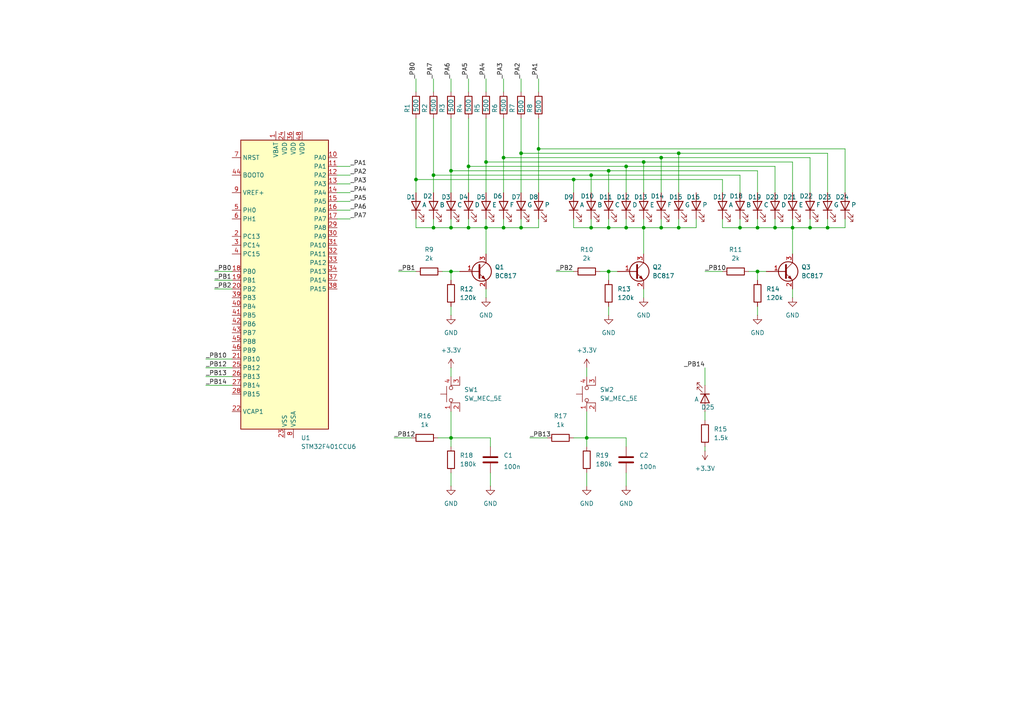
<source format=kicad_sch>
(kicad_sch (version 20231120) (generator "eeschema") (generator_version "8.0")
  (paper "A4")
  (lib_symbols
    (symbol "Device:C" (pin_numbers hide) (pin_names (offset 0.254))
      (property "Reference" "C" (at 0.635 2.54 0))
      (property "Value" "C" (at 0.635 -2.54 0))
      (symbol "C_0_1"
        (polyline (pts (xy -2.032 -0.762) (xy 2.032 -0.762)) (stroke (width 0.508)))
        (polyline (pts (xy -2.032 0.762) (xy 2.032 0.762)) (stroke (width 0.508)))
      )
      (symbol "C_1_1"
        (pin passive line (at 0 3.81 270) (length 2.794) (name "~") (number "1"))
        (pin passive line (at 0 -3.81 90) (length 2.794) (name "~") (number "2"))
      )
    )
    (symbol "Device:LED" (pin_numbers hide) (pin_names (offset 1.016) hide)
      (property "Reference" "D" (at 0 2.54 0))
      (property "Value" "LED" (at 0 -2.54 0))
      (symbol "LED_0_1"
        (polyline (pts (xy -1.27 -1.27) (xy -1.27 1.27)) (stroke (width 0.254)))
        (polyline (pts (xy -1.27 0) (xy 1.27 0)))
        (polyline (pts (xy 1.27 -1.27) (xy 1.27 1.27) (xy -1.27 0) (xy 1.27 -1.27)) (stroke (width 0.254)))
        (polyline (pts (xy -3.048 -0.762) (xy -4.572 -2.286) (xy -3.81 -2.286) (xy -4.572 -2.286) (xy -4.572 -1.524)))
        (polyline (pts (xy -1.778 -0.762) (xy -3.302 -2.286) (xy -2.54 -2.286) (xy -3.302 -2.286) (xy -3.302 -1.524)))
      )
      (symbol "LED_1_1"
        (pin passive line (at -3.81 0 0) (length 2.54) (name "K") (number "1"))
        (pin passive line (at 3.81 0 180) (length 2.54) (name "A") (number "2"))
      )
    )
    (symbol "Device:R" (pin_numbers hide) (pin_names (offset 0))
      (property "Reference" "R" (at 2.032 0 90))
      (property "Value" "R" (at 0 0 90))
      (symbol "R_0_1"
        (rectangle (start -1.016 -2.54) (end 1.016 2.54) (stroke (width 0.254)))
      )
      (symbol "R_1_1"
        (pin passive line (at 0 3.81 270) (length 1.27) (name "~") (number "1"))
        (pin passive line (at 0 -3.81 90) (length 1.27) (name "~") (number "2"))
      )
    )
    (symbol "MCU_ST_STM32F4:STM32F401CCUx"
      (property "Reference" "U" (at -12.7 44.45 0))
      (property "Value" "STM32F401CCUx" (at 7.62 44.45 0))
      (symbol "STM32F401CCUx_0_1"
        (rectangle (start -12.7 -40.64) (end 12.7 43.18) (stroke (width 0.254)) (fill (type background)))
      )
      (symbol "STM32F401CCUx_1_1"
        (pin power_in line (at -2.54 45.72 270) (length 2.54) (name "VBAT") (number "1"))
        (pin bidirectional line (at 15.24 38.1 180) (length 2.54) (name "PA0") (number "10"))
        (pin bidirectional line (at 15.24 35.56 180) (length 2.54) (name "PA1") (number "11"))
        (pin bidirectional line (at 15.24 33.02 180) (length 2.54) (name "PA2") (number "12"))
        (pin bidirectional line (at 15.24 30.48 180) (length 2.54) (name "PA3") (number "13"))
        (pin bidirectional line (at 15.24 27.94 180) (length 2.54) (name "PA4") (number "14"))
        (pin bidirectional line (at 15.24 25.4 180) (length 2.54) (name "PA5") (number "15"))
        (pin bidirectional line (at 15.24 22.86 180) (length 2.54) (name "PA6") (number "16"))
        (pin bidirectional line (at 15.24 20.32 180) (length 2.54) (name "PA7") (number "17"))
        (pin bidirectional line (at -15.24 5.08 0) (length 2.54) (name "PB0") (number "18"))
        (pin bidirectional line (at -15.24 2.54 0) (length 2.54) (name "PB1") (number "19"))
        (pin bidirectional line (at -15.24 15.24 0) (length 2.54) (name "PC13") (number "2"))
        (pin bidirectional line (at -15.24 0 0) (length 2.54) (name "PB2") (number "20"))
        (pin bidirectional line (at -15.24 -20.32 0) (length 2.54) (name "PB10") (number "21"))
        (pin power_out line (at -15.24 -35.56 0) (length 2.54) (name "VCAP1") (number "22"))
        (pin power_in line (at 0 -43.18 90) (length 2.54) (name "VSS") (number "23"))
        (pin power_in line (at 0 45.72 270) (length 2.54) (name "VDD") (number "24"))
        (pin bidirectional line (at -15.24 -22.86 0) (length 2.54) (name "PB12") (number "25"))
        (pin bidirectional line (at -15.24 -25.4 0) (length 2.54) (name "PB13") (number "26"))
        (pin bidirectional line (at -15.24 -27.94 0) (length 2.54) (name "PB14") (number "27"))
        (pin bidirectional line (at -15.24 -30.48 0) (length 2.54) (name "PB15") (number "28"))
        (pin bidirectional line (at 15.24 17.78 180) (length 2.54) (name "PA8") (number "29"))
        (pin bidirectional line (at -15.24 12.7 0) (length 2.54) (name "PC14") (number "3"))
        (pin bidirectional line (at 15.24 15.24 180) (length 2.54) (name "PA9") (number "30"))
        (pin bidirectional line (at 15.24 12.7 180) (length 2.54) (name "PA10") (number "31"))
        (pin bidirectional line (at 15.24 10.16 180) (length 2.54) (name "PA11") (number "32"))
        (pin bidirectional line (at 15.24 7.62 180) (length 2.54) (name "PA12") (number "33"))
        (pin bidirectional line (at 15.24 5.08 180) (length 2.54) (name "PA13") (number "34"))
        (pin passive line (at 0 -43.18 90) (length 2.54) hide (name "VSS") (number "35"))
        (pin power_in line (at 2.54 45.72 270) (length 2.54) (name "VDD") (number "36"))
        (pin bidirectional line (at 15.24 2.54 180) (length 2.54) (name "PA14") (number "37"))
        (pin bidirectional line (at 15.24 0 180) (length 2.54) (name "PA15") (number "38"))
        (pin bidirectional line (at -15.24 -2.54 0) (length 2.54) (name "PB3") (number "39"))
        (pin bidirectional line (at -15.24 10.16 0) (length 2.54) (name "PC15") (number "4"))
        (pin bidirectional line (at -15.24 -5.08 0) (length 2.54) (name "PB4") (number "40"))
        (pin bidirectional line (at -15.24 -7.62 0) (length 2.54) (name "PB5") (number "41"))
        (pin bidirectional line (at -15.24 -10.16 0) (length 2.54) (name "PB6") (number "42"))
        (pin bidirectional line (at -15.24 -12.7 0) (length 2.54) (name "PB7") (number "43"))
        (pin input line (at -15.24 33.02 0) (length 2.54) (name "BOOT0") (number "44"))
        (pin bidirectional line (at -15.24 -15.24 0) (length 2.54) (name "PB8") (number "45"))
        (pin bidirectional line (at -15.24 -17.78 0) (length 2.54) (name "PB9") (number "46"))
        (pin passive line (at 0 -43.18 90) (length 2.54) hide (name "VSS") (number "47"))
        (pin power_in line (at 5.08 45.72 270) (length 2.54) (name "VDD") (number "48"))
        (pin passive line (at 0 -43.18 90) (length 2.54) hide (name "VSS") (number "49"))
        (pin bidirectional line (at -15.24 22.86 0) (length 2.54) (name "PH0") (number "5"))
        (pin bidirectional line (at -15.24 20.32 0) (length 2.54) (name "PH1") (number "6"))
        (pin input line (at -15.24 38.1 0) (length 2.54) (name "NRST") (number "7"))
        (pin power_in line (at 2.54 -43.18 90) (length 2.54) (name "VSSA") (number "8"))
        (pin input line (at -15.24 27.94 0) (length 2.54) (name "VREF+") (number "9"))
      )
    )
    (symbol "Switch:SW_MEC_5E" (pin_names (offset 1.016) hide)
      (property "Reference" "SW" (at 0.635 5.715 0))
      (property "Value" "SW_MEC_5E" (at 0 -3.175 0))
      (symbol "SW_MEC_5E_0_1"
        (circle (center -1.778 2.54) (radius 0.508))
        (polyline (pts (xy -2.286 3.81) (xy 2.286 3.81)))
        (polyline (pts (xy 0 3.81) (xy 0 5.588)))
        (polyline (pts (xy -2.54 0) (xy -2.54 2.54) (xy -2.286 2.54)))
        (polyline (pts (xy 2.54 0) (xy 2.54 2.54) (xy 2.286 2.54)))
        (circle (center 1.778 2.54) (radius 0.508))
        (pin passive line (at -5.08 2.54 0) (length 2.54) (name "1") (number "1"))
        (pin passive line (at -5.08 0 0) (length 2.54) (name "2") (number "2"))
        (pin passive line (at 5.08 0 180) (length 2.54) (name "K") (number "3"))
        (pin passive line (at 5.08 2.54 180) (length 2.54) (name "A") (number "4"))
      )
    )
    (symbol "Transistor_BJT:BC817" (pin_names (offset 0) hide)
      (property "Reference" "Q" (at 5.08 1.905 0))
      (property "Value" "BC817" (at 5.08 0 0))
      (symbol "BC817_0_1"
        (polyline (pts (xy 0.635 0.635) (xy 2.54 2.54)))
        (polyline (pts (xy 0.635 -0.635) (xy 2.54 -2.54) (xy 2.54 -2.54)))
        (polyline (pts (xy 0.635 1.905) (xy 0.635 -1.905) (xy 0.635 -1.905)) (stroke (width 0.508)))
        (polyline (pts (xy 1.27 -1.778) (xy 1.778 -1.27) (xy 2.286 -2.286) (xy 1.27 -1.778) (xy 1.27 -1.778)) (fill (type outline)))
        (circle (center 1.27 0) (radius 2.8194) (stroke (width 0.254)))
      )
      (symbol "BC817_1_1"
        (pin input line (at -5.08 0 0) (length 5.715) (name "B") (number "1"))
        (pin passive line (at 2.54 -5.08 90) (length 2.54) (name "E") (number "2"))
        (pin passive line (at 2.54 5.08 270) (length 2.54) (name "C") (number "3"))
      )
    )
    (symbol "power:+3.3V" (power) (pin_numbers hide) (pin_names (offset 0) hide)
      (property "Value" "+3.3V" (at 0 3.556 0))
      (symbol "+3.3V_0_1"
        (polyline (pts (xy -0.762 1.27) (xy 0 2.54)))
        (polyline (pts (xy 0 0) (xy 0 2.54)))
        (polyline (pts (xy 0 2.54) (xy 0.762 1.27)))
      )
      (symbol "+3.3V_1_1"
        (pin power_in line (at 0 0 90) (length 0) (name "~") (number "1"))
      )
    )
    (symbol "power:GND" (power) (pin_numbers hide) (pin_names (offset 0) hide)
      (property "Value" "GND" (at 0 -3.81 0))
      (symbol "GND_0_1"
        (polyline (pts (xy 0 0) (xy 0 -1.27) (xy 1.27 -1.27) (xy 0 -2.54) (xy -1.27 -1.27) (xy 0 -1.27)))
      )
      (symbol "GND_1_1"
        (pin power_in line (at 0 0 270) (length 0) (name "~") (number "1"))
      )
    )
  )
  (junction (at 140.97 46.99))
  (junction (at 186.69 46.99))
  (junction (at 146.05 66.04))
  (junction (at 151.13 44.45))
  (junction (at 151.13 66.04))
  (junction (at 140.97 66.04))
  (junction (at 176.53 78.74))
  (junction (at 135.89 66.04))
  (junction (at 234.95 66.04))
  (junction (at 219.71 78.74))
  (junction (at 186.69 66.04))
  (junction (at 219.71 66.04))
  (junction (at 130.81 78.74))
  (junction (at 146.05 45.72))
  (junction (at 156.21 43.18))
  (junction (at 130.81 49.53))
  (junction (at 196.85 66.04))
  (junction (at 120.65 52.07))
  (junction (at 181.61 66.04))
  (junction (at 176.53 66.04))
  (junction (at 171.45 66.04))
  (junction (at 176.53 49.53))
  (junction (at 240.03 66.04))
  (junction (at 196.85 44.45))
  (junction (at 170.18 127))
  (junction (at 125.73 50.8))
  (junction (at 181.61 48.26))
  (junction (at 135.89 48.26))
  (junction (at 224.79 66.04))
  (junction (at 130.81 66.04))
  (junction (at 229.87 66.04))
  (junction (at 125.73 66.04))
  (junction (at 214.63 66.04))
  (junction (at 130.81 127))
  (junction (at 171.45 50.8))
  (junction (at 191.77 66.04))
  (junction (at 191.77 45.72))
  (junction (at 166.37 52.07))
  (wire (pts (xy 171.45 50.8) (xy 171.45 55.88)))
  (wire (pts (xy 151.13 66.04) (xy 156.21 66.04)))
  (wire (pts (xy 209.55 52.07) (xy 209.55 55.88)))
  (wire (pts (xy 120.65 34.29) (xy 120.65 52.07)))
  (wire (pts (xy 140.97 46.99) (xy 186.69 46.99)))
  (wire (pts (xy 140.97 55.88) (xy 140.97 46.99)))
  (wire (pts (xy 166.37 63.5) (xy 166.37 66.04)))
  (wire (pts (xy 146.05 22.86) (xy 146.05 26.67)))
  (wire (pts (xy 229.87 66.04) (xy 234.95 66.04)))
  (wire (pts (xy 146.05 55.88) (xy 146.05 45.72)))
  (wire (pts (xy 170.18 106.68) (xy 170.18 109.22)))
  (wire (pts (xy 245.11 43.18) (xy 245.11 55.88)))
  (wire (pts (xy 146.05 34.29) (xy 146.05 45.72)))
  (wire (pts (xy 142.24 127) (xy 142.24 129.54)))
  (wire (pts (xy 142.24 137.16) (xy 142.24 140.97)))
  (wire (pts (xy 171.45 63.5) (xy 171.45 66.04)))
  (wire (pts (xy 196.85 63.5) (xy 196.85 66.04)))
  (wire (pts (xy 125.73 55.88) (xy 125.73 50.8)))
  (wire (pts (xy 229.87 46.99) (xy 229.87 55.88)))
  (wire (pts (xy 135.89 66.04) (xy 140.97 66.04)))
  (wire (pts (xy 224.79 48.26) (xy 224.79 55.88)))
  (wire (pts (xy 245.11 66.04) (xy 245.11 63.5)))
  (wire (pts (xy 209.55 66.04) (xy 214.63 66.04)))
  (wire (pts (xy 219.71 49.53) (xy 219.71 55.88)))
  (wire (pts (xy 62.23 81.28) (xy 67.31 81.28)))
  (wire (pts (xy 234.95 45.72) (xy 234.95 55.88)))
  (wire (pts (xy 156.21 55.88) (xy 156.21 43.18)))
  (wire (pts (xy 130.81 63.5) (xy 130.81 66.04)))
  (wire (pts (xy 130.81 22.86) (xy 130.81 26.67)))
  (wire (pts (xy 204.47 78.74) (xy 209.55 78.74)))
  (wire (pts (xy 153.67 127) (xy 158.75 127)))
  (wire (pts (xy 62.23 78.74) (xy 67.31 78.74)))
  (wire (pts (xy 209.55 63.5) (xy 209.55 66.04)))
  (wire (pts (xy 151.13 44.45) (xy 196.85 44.45)))
  (wire (pts (xy 166.37 52.07) (xy 166.37 55.88)))
  (wire (pts (xy 186.69 66.04) (xy 191.77 66.04)))
  (wire (pts (xy 224.79 66.04) (xy 229.87 66.04)))
  (wire (pts (xy 181.61 137.16) (xy 181.61 140.97)))
  (wire (pts (xy 219.71 66.04) (xy 224.79 66.04)))
  (wire (pts (xy 181.61 48.26) (xy 224.79 48.26)))
  (wire (pts (xy 176.53 66.04) (xy 181.61 66.04)))
  (wire (pts (xy 101.6 58.42) (xy 97.79 58.42)))
  (wire (pts (xy 140.97 63.5) (xy 140.97 66.04)))
  (wire (pts (xy 176.53 78.74) (xy 179.07 78.74)))
  (wire (pts (xy 59.69 106.68) (xy 67.31 106.68)))
  (wire (pts (xy 101.6 60.96) (xy 97.79 60.96)))
  (wire (pts (xy 120.65 22.86) (xy 120.65 26.67)))
  (wire (pts (xy 201.93 66.04) (xy 201.93 63.5)))
  (wire (pts (xy 204.47 129.54) (xy 204.47 130.81)))
  (wire (pts (xy 173.99 78.74) (xy 176.53 78.74)))
  (wire (pts (xy 151.13 63.5) (xy 151.13 66.04)))
  (wire (pts (xy 101.6 50.8) (xy 97.79 50.8)))
  (wire (pts (xy 191.77 45.72) (xy 234.95 45.72)))
  (wire (pts (xy 135.89 22.86) (xy 135.89 26.67)))
  (wire (pts (xy 59.69 109.22) (xy 67.31 109.22)))
  (wire (pts (xy 135.89 55.88) (xy 135.89 48.26)))
  (wire (pts (xy 176.53 88.9) (xy 176.53 91.44)))
  (wire (pts (xy 156.21 34.29) (xy 156.21 43.18)))
  (wire (pts (xy 125.73 50.8) (xy 171.45 50.8)))
  (wire (pts (xy 181.61 66.04) (xy 186.69 66.04)))
  (wire (pts (xy 156.21 22.86) (xy 156.21 26.67)))
  (wire (pts (xy 191.77 45.72) (xy 191.77 55.88)))
  (wire (pts (xy 135.89 34.29) (xy 135.89 48.26)))
  (wire (pts (xy 229.87 66.04) (xy 229.87 73.66)))
  (wire (pts (xy 186.69 46.99) (xy 229.87 46.99)))
  (wire (pts (xy 181.61 63.5) (xy 181.61 66.04)))
  (wire (pts (xy 127 127) (xy 130.81 127)))
  (wire (pts (xy 130.81 137.16) (xy 130.81 140.97)))
  (wire (pts (xy 166.37 66.04) (xy 171.45 66.04)))
  (wire (pts (xy 161.29 78.74) (xy 166.37 78.74)))
  (wire (pts (xy 170.18 129.54) (xy 170.18 127)))
  (wire (pts (xy 204.47 111.76) (xy 204.47 106.68)))
  (wire (pts (xy 196.85 44.45) (xy 196.85 55.88)))
  (wire (pts (xy 151.13 55.88) (xy 151.13 44.45)))
  (wire (pts (xy 130.81 78.74) (xy 130.81 81.28)))
  (wire (pts (xy 101.6 53.34) (xy 97.79 53.34)))
  (wire (pts (xy 186.69 83.82) (xy 186.69 86.36)))
  (wire (pts (xy 186.69 46.99) (xy 186.69 55.88)))
  (wire (pts (xy 196.85 44.45) (xy 240.03 44.45)))
  (wire (pts (xy 130.81 55.88) (xy 130.81 49.53)))
  (wire (pts (xy 170.18 127) (xy 181.61 127)))
  (wire (pts (xy 219.71 78.74) (xy 219.71 81.28)))
  (wire (pts (xy 146.05 63.5) (xy 146.05 66.04)))
  (wire (pts (xy 125.73 63.5) (xy 125.73 66.04)))
  (wire (pts (xy 151.13 22.86) (xy 151.13 26.67)))
  (wire (pts (xy 125.73 34.29) (xy 125.73 50.8)))
  (wire (pts (xy 229.87 63.5) (xy 229.87 66.04)))
  (wire (pts (xy 186.69 63.5) (xy 186.69 66.04)))
  (wire (pts (xy 191.77 63.5) (xy 191.77 66.04)))
  (wire (pts (xy 130.81 129.54) (xy 130.81 127)))
  (wire (pts (xy 101.6 48.26) (xy 97.79 48.26)))
  (wire (pts (xy 135.89 48.26) (xy 181.61 48.26)))
  (wire (pts (xy 166.37 52.07) (xy 209.55 52.07)))
  (wire (pts (xy 140.97 22.86) (xy 140.97 26.67)))
  (wire (pts (xy 240.03 66.04) (xy 245.11 66.04)))
  (wire (pts (xy 171.45 66.04) (xy 176.53 66.04)))
  (wire (pts (xy 219.71 88.9) (xy 219.71 91.44)))
  (wire (pts (xy 170.18 137.16) (xy 170.18 140.97)))
  (wire (pts (xy 130.81 78.74) (xy 133.35 78.74)))
  (wire (pts (xy 176.53 49.53) (xy 176.53 55.88)))
  (wire (pts (xy 140.97 66.04) (xy 146.05 66.04)))
  (wire (pts (xy 166.37 127) (xy 170.18 127)))
  (wire (pts (xy 214.63 66.04) (xy 219.71 66.04)))
  (wire (pts (xy 140.97 83.82) (xy 140.97 86.36)))
  (wire (pts (xy 130.81 119.38) (xy 130.81 127)))
  (wire (pts (xy 186.69 66.04) (xy 186.69 73.66)))
  (wire (pts (xy 240.03 44.45) (xy 240.03 55.88)))
  (wire (pts (xy 125.73 66.04) (xy 130.81 66.04)))
  (wire (pts (xy 176.53 63.5) (xy 176.53 66.04)))
  (wire (pts (xy 204.47 119.38) (xy 204.47 121.92)))
  (wire (pts (xy 130.81 49.53) (xy 176.53 49.53)))
  (wire (pts (xy 240.03 63.5) (xy 240.03 66.04)))
  (wire (pts (xy 170.18 119.38) (xy 170.18 127)))
  (wire (pts (xy 146.05 45.72) (xy 191.77 45.72)))
  (wire (pts (xy 140.97 34.29) (xy 140.97 46.99)))
  (wire (pts (xy 59.69 104.14) (xy 67.31 104.14)))
  (wire (pts (xy 120.65 55.88) (xy 120.65 52.07)))
  (wire (pts (xy 120.65 52.07) (xy 166.37 52.07)))
  (wire (pts (xy 196.85 66.04) (xy 201.93 66.04)))
  (wire (pts (xy 191.77 66.04) (xy 196.85 66.04)))
  (wire (pts (xy 219.71 78.74) (xy 222.25 78.74)))
  (wire (pts (xy 125.73 22.86) (xy 125.73 26.67)))
  (wire (pts (xy 59.69 111.76) (xy 67.31 111.76)))
  (wire (pts (xy 219.71 63.5) (xy 219.71 66.04)))
  (wire (pts (xy 224.79 63.5) (xy 224.79 66.04)))
  (wire (pts (xy 130.81 34.29) (xy 130.81 49.53)))
  (wire (pts (xy 140.97 66.04) (xy 140.97 73.66)))
  (wire (pts (xy 171.45 50.8) (xy 214.63 50.8)))
  (wire (pts (xy 130.81 106.68) (xy 130.81 109.22)))
  (wire (pts (xy 234.95 66.04) (xy 240.03 66.04)))
  (wire (pts (xy 181.61 48.26) (xy 181.61 55.88)))
  (wire (pts (xy 234.95 63.5) (xy 234.95 66.04)))
  (wire (pts (xy 101.6 55.88) (xy 97.79 55.88)))
  (wire (pts (xy 120.65 63.5) (xy 120.65 66.04)))
  (wire (pts (xy 115.57 78.74) (xy 120.65 78.74)))
  (wire (pts (xy 130.81 88.9) (xy 130.81 91.44)))
  (wire (pts (xy 229.87 83.82) (xy 229.87 86.36)))
  (wire (pts (xy 214.63 50.8) (xy 214.63 55.88)))
  (wire (pts (xy 176.53 49.53) (xy 219.71 49.53)))
  (wire (pts (xy 135.89 63.5) (xy 135.89 66.04)))
  (wire (pts (xy 214.63 63.5) (xy 214.63 66.04)))
  (wire (pts (xy 114.3 127) (xy 119.38 127)))
  (wire (pts (xy 156.21 66.04) (xy 156.21 63.5)))
  (wire (pts (xy 101.6 63.5) (xy 97.79 63.5)))
  (wire (pts (xy 120.65 66.04) (xy 125.73 66.04)))
  (wire (pts (xy 176.53 78.74) (xy 176.53 81.28)))
  (wire (pts (xy 130.81 66.04) (xy 135.89 66.04)))
  (wire (pts (xy 217.17 78.74) (xy 219.71 78.74)))
  (wire (pts (xy 130.81 127) (xy 142.24 127)))
  (wire (pts (xy 156.21 43.18) (xy 245.11 43.18)))
  (wire (pts (xy 151.13 34.29) (xy 151.13 44.45)))
  (wire (pts (xy 181.61 127) (xy 181.61 129.54)))
  (wire (pts (xy 62.23 83.82) (xy 67.31 83.82)))
  (wire (pts (xy 146.05 66.04) (xy 151.13 66.04)))
  (wire (pts (xy 128.27 78.74) (xy 130.81 78.74)))
  (label "_PB13" (at 59.69 109.22 0))
  (label "_PA1" (at 156.21 22.86 90))
  (label "_PB12" (at 114.3 127 0))
  (label "_PB14" (at 204.47 106.68 180))
  (label "_PB12" (at 59.69 106.68 0))
  (label "_PB10" (at 204.47 78.74 0))
  (label "_PA6" (at 130.81 22.86 90))
  (label "_PA3" (at 101.6 53.34 0))
  (label "_PB2" (at 161.29 78.74 0))
  (label "_PA5" (at 135.89 22.86 90))
  (label "_PB1" (at 115.57 78.74 0))
  (label "_PB10" (at 59.69 104.14 0))
  (label "_PA5" (at 101.6 58.42 0))
  (label "_PA7" (at 125.73 22.86 90))
  (label "_PB0" (at 62.23 78.74 0))
  (label "_PB13" (at 153.67 127 0))
  (label "_PB14" (at 59.69 111.76 0))
  (label "_PA4" (at 140.97 22.86 90))
  (label "_PA2" (at 151.13 22.86 90))
  (label "_PA6" (at 101.6 60.96 0))
  (label "_PA3" (at 146.05 22.86 90))
  (label "_PA4" (at 101.6 55.88 0))
  (label "_PA2" (at 101.6 50.8 0))
  (label "_PB1" (at 62.23 81.28 0))
  (label "_PA7" (at 101.6 63.5 0))
  (label "_PB2" (at 62.23 83.82 0))
  (label "_PA1" (at 101.6 48.26 0))
  (label "_PB0" (at 120.65 22.86 90))
  (symbol (lib_id "Device:LED") (at 204.47 115.57 270) (unit 1)
    (property "Reference" "D25" (at 207.264 118.11 90) (effects (justify right)))
    (property "Value" "A" (at 202.692 115.824 90) (effects (justify right)))
    (property "Description" "Light emitting diode" (effects (hide yes)))
  )
  (symbol (lib_id "Device:LED") (at 176.53 59.69 90) (unit 1)
    (property "Reference" "D11" (at 173.736 57.15 90) (effects (justify right)))
    (property "Value" "C" (at 178.308 59.436 90) (effects (justify right)))
    (property "Description" "Light emitting diode" (effects (hide yes)))
  )
  (symbol (lib_id "power:+3.3V") (at 130.81 106.68 0) (unit 1)
    (property "Reference" "#PWR010" (effects (hide yes)))
    (property "Value" "+3.3V" (at 130.81 101.6 0))
    (property "Description" "Power symbol creates a global label with name \"+3.3V\"" (effects (hide yes)))
  )
  (symbol (lib_id "Device:LED") (at 224.79 59.69 90) (unit 1)
    (property "Reference" "D20" (at 221.996 57.15 90) (effects (justify right)))
    (property "Value" "D" (at 226.568 59.436 90) (effects (justify right)))
    (property "Description" "Light emitting diode" (effects (hide yes)))
  )
  (symbol (lib_id "power:GND") (at 170.18 140.97 0) (unit 1)
    (property "Reference" "#PWR012" (effects (hide yes)))
    (property "Value" "GND" (at 170.18 146.05 0))
    (property "Description" "Power symbol creates a global label with name \"GND\" , ground" (effects (hide yes)))
  )
  (symbol (lib_id "Device:LED") (at 186.69 59.69 90) (unit 1)
    (property "Reference" "D13" (at 183.896 57.15 90) (effects (justify right)))
    (property "Value" "E" (at 188.468 59.436 90) (effects (justify right)))
    (property "Description" "Light emitting diode" (effects (hide yes)))
  )
  (symbol (lib_id "Device:LED") (at 166.37 59.69 90) (unit 1)
    (property "Reference" "D9" (at 163.576 57.15 90) (effects (justify right)))
    (property "Value" "A" (at 168.148 59.436 90) (effects (justify right)))
    (property "Description" "Light emitting diode" (effects (hide yes)))
  )
  (symbol (lib_id "power:GND") (at 176.53 91.44 0) (unit 1)
    (property "Reference" "#PWR04" (effects (hide yes)))
    (property "Value" "GND" (at 176.53 96.52 0))
    (property "Description" "Power symbol creates a global label with name \"GND\" , ground" (effects (hide yes)))
  )
  (symbol (lib_id "power:GND") (at 219.71 91.44 0) (unit 1)
    (property "Reference" "#PWR06" (effects (hide yes)))
    (property "Value" "GND" (at 219.71 96.52 0))
    (property "Description" "Power symbol creates a global label with name \"GND\" , ground" (effects (hide yes)))
  )
  (symbol (lib_id "Device:R") (at 213.36 78.74 90) (unit 1)
    (property "Reference" "R11" (at 213.36 72.39 90))
    (property "Value" "2k" (at 213.36 74.93 90))
    (property "Description" "Resistor" (effects (hide yes)))
  )
  (symbol (lib_id "Device:LED") (at 196.85 59.69 90) (unit 1)
    (property "Reference" "D15" (at 194.056 57.15 90) (effects (justify right)))
    (property "Value" "G" (at 198.628 59.436 90) (effects (justify right)))
    (property "Description" "Light emitting diode" (effects (hide yes)))
  )
  (symbol (lib_id "Transistor_BJT:BC817") (at 184.15 78.74 0) (unit 1)
    (property "Reference" "Q2" (at 189.23 77.4699 0) (effects (justify left)))
    (property "Value" "BC817" (at 189.23 80.0099 0) (effects (justify left)))
    (property "Footprint" "Package_TO_SOT_SMD:SOT-23" (effects (hide yes)))
    (property "Datasheet" "https://www.onsemi.com/pub/Collateral/BC818-D.pdf" (effects (hide yes)))
    (property "Description" "0.8A Ic, 45V Vce, NPN Transistor, SOT-23" (effects (hide yes)))
  )
  (symbol (lib_id "power:+3.3V") (at 204.47 130.81 180) (unit 1)
    (property "Reference" "#PWR07" (effects (hide yes)))
    (property "Value" "+3.3V" (at 204.47 135.89 0))
    (property "Description" "Power symbol creates a global label with name \"+3.3V\"" (effects (hide yes)))
  )
  (symbol (lib_id "power:GND") (at 130.81 140.97 0) (unit 1)
    (property "Reference" "#PWR08" (effects (hide yes)))
    (property "Value" "GND" (at 130.81 146.05 0))
    (property "Description" "Power symbol creates a global label with name \"GND\" , ground" (effects (hide yes)))
  )
  (symbol (lib_id "Device:LED") (at 156.21 59.69 90) (unit 1)
    (property "Reference" "D8" (at 153.416 57.15 90) (effects (justify right)))
    (property "Value" "P" (at 157.988 59.436 90) (effects (justify right)))
    (property "Description" "Light emitting diode" (effects (hide yes)))
  )
  (symbol (lib_id "Device:R") (at 123.19 127 270) (unit 1)
    (property "Reference" "R16" (at 123.19 120.65 90))
    (property "Value" "1k" (at 123.19 123.19 90))
    (property "Description" "Resistor" (effects (hide yes)))
  )
  (symbol (lib_id "Device:LED") (at 151.13 59.69 90) (unit 1)
    (property "Reference" "D7" (at 148.336 57.15 90) (effects (justify right)))
    (property "Value" "G" (at 152.908 59.436 90) (effects (justify right)))
    (property "Description" "Light emitting diode" (effects (hide yes)))
  )
  (symbol (lib_id "Device:LED") (at 240.03 59.69 90) (unit 1)
    (property "Reference" "D23" (at 237.236 57.15 90) (effects (justify right)))
    (property "Value" "G" (at 241.808 59.436 90) (effects (justify right)))
    (property "Description" "Light emitting diode" (effects (hide yes)))
  )
  (symbol (lib_id "Device:R") (at 125.73 30.48 180) (unit 1)
    (property "Reference" "R2" (at 123.19 32.766 90) (effects (justify right)))
    (property "Value" "500" (at 125.73 32.512 90) (effects (justify right)))
    (property "Description" "Resistor" (effects (hide yes)))
  )
  (symbol (lib_id "power:GND") (at 186.69 86.36 0) (unit 1)
    (property "Reference" "#PWR03" (effects (hide yes)))
    (property "Value" "GND" (at 186.69 91.44 0))
    (property "Description" "Power symbol creates a global label with name \"GND\" , ground" (effects (hide yes)))
  )
  (symbol (lib_id "Device:LED") (at 181.61 59.69 90) (unit 1)
    (property "Reference" "D12" (at 178.816 57.15 90) (effects (justify right)))
    (property "Value" "D" (at 183.388 59.436 90) (effects (justify right)))
    (property "Description" "Light emitting diode" (effects (hide yes)))
  )
  (symbol (lib_id "Device:R") (at 146.05 30.48 180) (unit 1)
    (property "Reference" "R6" (at 143.51 32.766 90) (effects (justify right)))
    (property "Value" "500" (at 146.05 32.512 90) (effects (justify right)))
    (property "Description" "Resistor" (effects (hide yes)))
  )
  (symbol (lib_id "Device:R") (at 124.46 78.74 90) (unit 1)
    (property "Reference" "R9" (at 124.46 72.39 90))
    (property "Value" "2k" (at 124.46 74.93 90))
    (property "Description" "Resistor" (effects (hide yes)))
  )
  (symbol (lib_id "Transistor_BJT:BC817") (at 227.33 78.74 0) (unit 1)
    (property "Reference" "Q3" (at 232.41 77.4699 0) (effects (justify left)))
    (property "Value" "BC817" (at 232.41 80.0099 0) (effects (justify left)))
    (property "Footprint" "Package_TO_SOT_SMD:SOT-23" (effects (hide yes)))
    (property "Datasheet" "https://www.onsemi.com/pub/Collateral/BC818-D.pdf" (effects (hide yes)))
    (property "Description" "0.8A Ic, 45V Vce, NPN Transistor, SOT-23" (effects (hide yes)))
  )
  (symbol (lib_id "Device:LED") (at 135.89 59.69 90) (unit 1)
    (property "Reference" "D4" (at 133.096 57.15 90) (effects (justify right)))
    (property "Value" "D" (at 137.668 59.436 90) (effects (justify right)))
    (property "Description" "Light emitting diode" (effects (hide yes)))
  )
  (symbol (lib_id "Device:R") (at 130.81 30.48 180) (unit 1)
    (property "Reference" "R3" (at 128.27 32.766 90) (effects (justify right)))
    (property "Value" "500" (at 130.81 32.512 90) (effects (justify right)))
    (property "Description" "Resistor" (effects (hide yes)))
  )
  (symbol (lib_id "Device:R") (at 170.18 133.35 180) (unit 1)
    (property "Reference" "R19" (at 172.72 132.0799 0) (effects (justify right)))
    (property "Value" "180k" (at 172.72 134.6199 0) (effects (justify right)))
    (property "Description" "Resistor" (effects (hide yes)))
  )
  (symbol (lib_id "Device:LED") (at 120.65 59.69 90) (unit 1)
    (property "Reference" "D1" (at 117.856 57.15 90) (effects (justify right)))
    (property "Value" "A" (at 122.428 59.436 90) (effects (justify right)))
    (property "Description" "Light emitting diode" (effects (hide yes)))
  )
  (symbol (lib_id "Device:C") (at 181.61 133.35 0) (unit 1)
    (property "Reference" "C2" (at 185.42 132.0799 0) (effects (justify left)))
    (property "Value" "100n" (at 185.42 135.382 0) (effects (justify left)))
    (property "Description" "Unpolarized capacitor" (effects (hide yes)))
  )
  (symbol (lib_id "Device:LED") (at 229.87 59.69 90) (unit 1)
    (property "Reference" "D21" (at 227.076 57.15 90) (effects (justify right)))
    (property "Value" "E" (at 231.648 59.436 90) (effects (justify right)))
    (property "Description" "Light emitting diode" (effects (hide yes)))
  )
  (symbol (lib_id "MCU_ST_STM32F4:STM32F401CCUx") (at 82.55 83.82 0) (unit 1)
    (property "Reference" "U1" (at 87.2841 127 0) (effects (justify left)))
    (property "Value" "STM32F401CCU6" (at 87.2841 129.54 0) (effects (justify left)))
    (property "Footprint" "Package_DFN_QFN:QFN-48-1EP_7x7mm_P0.5mm_EP5.6x5.6mm" (effects (hide yes)))
    (property "Datasheet" "https://www.st.com/resource/en/datasheet/stm32f401cc.pdf" (effects (hide yes)))
    (property "Description" "STMicroelectronics Arm Cortex-M4 MCU, 256KB flash, 64KB RAM, 84 MHz, 1.7-3.6V, 36 GPIO, UFQFPN48" (effects (hide yes)))
  )
  (symbol (lib_id "power:GND") (at 142.24 140.97 0) (unit 1)
    (property "Reference" "#PWR09" (effects (hide yes)))
    (property "Value" "GND" (at 142.24 146.05 0))
    (property "Description" "Power symbol creates a global label with name \"GND\" , ground" (effects (hide yes)))
  )
  (symbol (lib_id "Device:R") (at 120.65 30.48 180) (unit 1)
    (property "Reference" "R1" (at 118.11 32.766 90) (effects (justify right)))
    (property "Value" "500" (at 120.65 32.512 90) (effects (justify right)))
    (property "Description" "Resistor" (effects (hide yes)))
  )
  (symbol (lib_id "Device:R") (at 176.53 85.09 180) (unit 1)
    (property "Reference" "R13" (at 179.07 83.8199 0) (effects (justify right)))
    (property "Value" "120k" (at 179.07 86.3599 0) (effects (justify right)))
    (property "Description" "Resistor" (effects (hide yes)))
  )
  (symbol (lib_id "Device:R") (at 135.89 30.48 180) (unit 1)
    (property "Reference" "R4" (at 133.35 32.766 90) (effects (justify right)))
    (property "Value" "500" (at 135.89 32.512 90) (effects (justify right)))
    (property "Description" "Resistor" (effects (hide yes)))
  )
  (symbol (lib_id "Device:R") (at 170.18 78.74 90) (unit 1)
    (property "Reference" "R10" (at 170.18 72.39 90))
    (property "Value" "2k" (at 170.18 74.93 90))
    (property "Description" "Resistor" (effects (hide yes)))
  )
  (symbol (lib_id "Device:LED") (at 140.97 59.69 90) (unit 1)
    (property "Reference" "D5" (at 138.176 57.15 90) (effects (justify right)))
    (property "Value" "E" (at 142.748 59.436 90) (effects (justify right)))
    (property "Description" "Light emitting diode" (effects (hide yes)))
  )
  (symbol (lib_id "Device:R") (at 219.71 85.09 180) (unit 1)
    (property "Reference" "R14" (at 222.25 83.8199 0) (effects (justify right)))
    (property "Value" "120k" (at 222.25 86.3599 0) (effects (justify right)))
    (property "Description" "Resistor" (effects (hide yes)))
  )
  (symbol (lib_id "Transistor_BJT:BC817") (at 138.43 78.74 0) (unit 1)
    (property "Reference" "Q1" (at 143.51 77.4699 0) (effects (justify left)))
    (property "Value" "BC817" (at 143.51 80.0099 0) (effects (justify left)))
    (property "Footprint" "Package_TO_SOT_SMD:SOT-23" (effects (hide yes)))
    (property "Datasheet" "https://www.onsemi.com/pub/Collateral/BC818-D.pdf" (effects (hide yes)))
    (property "Description" "0.8A Ic, 45V Vce, NPN Transistor, SOT-23" (effects (hide yes)))
  )
  (symbol (lib_id "power:GND") (at 130.81 91.44 0) (unit 1)
    (property "Reference" "#PWR01" (effects (hide yes)))
    (property "Value" "GND" (at 130.81 96.52 0))
    (property "Description" "Power symbol creates a global label with name \"GND\" , ground" (effects (hide yes)))
  )
  (symbol (lib_id "Device:LED") (at 125.73 59.69 90) (unit 1)
    (property "Reference" "D2" (at 122.682 56.896 90) (effects (justify right)))
    (property "Value" "B" (at 127.508 59.436 90) (effects (justify right)))
    (property "Description" "Light emitting diode" (effects (hide yes)))
  )
  (symbol (lib_id "Device:R") (at 151.13 30.48 180) (unit 1)
    (property "Reference" "R7" (at 148.59 32.766 90) (effects (justify right)))
    (property "Value" "500" (at 151.13 32.766 90) (effects (justify right)))
    (property "Description" "Resistor" (effects (hide yes)))
  )
  (symbol (lib_id "power:GND") (at 140.97 86.36 0) (unit 1)
    (property "Reference" "#PWR02" (effects (hide yes)))
    (property "Value" "GND" (at 140.97 91.44 0))
    (property "Description" "Power symbol creates a global label with name \"GND\" , ground" (effects (hide yes)))
  )
  (symbol (lib_id "power:+3.3V") (at 170.18 106.68 0) (unit 1)
    (property "Reference" "#PWR011" (effects (hide yes)))
    (property "Value" "+3.3V" (at 170.18 101.6 0))
    (property "Description" "Power symbol creates a global label with name \"+3.3V\"" (effects (hide yes)))
  )
  (symbol (lib_id "Switch:SW_MEC_5E") (at 133.35 114.3 90) (unit 1)
    (property "Reference" "SW1" (at 134.62 113.0299 90) (effects (justify right)))
    (property "Value" "SW_MEC_5E" (at 134.62 115.5699 90) (effects (justify right)))
    (property "Datasheet" "http://www.apem.com/int/index.php?controller=attachment&id_attachment=1371" (effects (hide yes)))
    (property "Description" "MEC 5E single pole normally-open tactile switch" (effects (hide yes)))
  )
  (symbol (lib_id "Device:LED") (at 209.55 59.69 90) (unit 1)
    (property "Reference" "D17" (at 206.756 57.15 90) (effects (justify right)))
    (property "Value" "A" (at 211.328 59.436 90) (effects (justify right)))
    (property "Description" "Light emitting diode" (effects (hide yes)))
  )
  (symbol (lib_id "Device:LED") (at 245.11 59.69 90) (unit 1)
    (property "Reference" "D24" (at 242.316 57.15 90) (effects (justify right)))
    (property "Value" "P" (at 246.888 59.436 90) (effects (justify right)))
    (property "Description" "Light emitting diode" (effects (hide yes)))
  )
  (symbol (lib_id "Device:R") (at 130.81 133.35 180) (unit 1)
    (property "Reference" "R18" (at 133.35 132.0799 0) (effects (justify right)))
    (property "Value" "180k" (at 133.35 134.6199 0) (effects (justify right)))
    (property "Description" "Resistor" (effects (hide yes)))
  )
  (symbol (lib_id "Device:R") (at 140.97 30.48 180) (unit 1)
    (property "Reference" "R5" (at 138.43 32.766 90) (effects (justify right)))
    (property "Value" "500" (at 140.97 32.512 90) (effects (justify right)))
    (property "Description" "Resistor" (effects (hide yes)))
  )
  (symbol (lib_id "Device:LED") (at 130.81 59.69 90) (unit 1)
    (property "Reference" "D3" (at 128.016 57.15 90) (effects (justify right)))
    (property "Value" "C" (at 132.588 59.436 90) (effects (justify right)))
    (property "Description" "Light emitting diode" (effects (hide yes)))
  )
  (symbol (lib_id "Device:R") (at 156.21 30.48 180) (unit 1)
    (property "Reference" "R8" (at 153.67 32.766 90) (effects (justify right)))
    (property "Value" "500" (at 156.21 32.766 90) (effects (justify right)))
    (property "Description" "Resistor" (effects (hide yes)))
  )
  (symbol (lib_id "Device:R") (at 204.47 125.73 180) (unit 1)
    (property "Reference" "R15" (at 207.01 124.4599 0) (effects (justify right)))
    (property "Value" "1.5k" (at 207.01 126.9999 0) (effects (justify right)))
    (property "Description" "Resistor" (effects (hide yes)))
  )
  (symbol (lib_id "Device:R") (at 162.56 127 270) (unit 1)
    (property "Reference" "R17" (at 162.56 120.65 90))
    (property "Value" "1k" (at 162.56 123.19 90))
    (property "Description" "Resistor" (effects (hide yes)))
  )
  (symbol (lib_id "Device:LED") (at 219.71 59.69 90) (unit 1)
    (property "Reference" "D19" (at 216.916 57.15 90) (effects (justify right)))
    (property "Value" "C" (at 221.488 59.436 90) (effects (justify right)))
    (property "Description" "Light emitting diode" (effects (hide yes)))
  )
  (symbol (lib_id "power:GND") (at 229.87 86.36 0) (unit 1)
    (property "Reference" "#PWR05" (effects (hide yes)))
    (property "Value" "GND" (at 229.87 91.44 0))
    (property "Description" "Power symbol creates a global label with name \"GND\" , ground" (effects (hide yes)))
  )
  (symbol (lib_id "Device:LED") (at 234.95 59.69 90) (unit 1)
    (property "Reference" "D22" (at 231.902 56.896 90) (effects (justify right)))
    (property "Value" "F" (at 236.728 59.436 90) (effects (justify right)))
    (property "Description" "Light emitting diode" (effects (hide yes)))
  )
  (symbol (lib_id "Device:LED") (at 191.77 59.69 90) (unit 1)
    (property "Reference" "D14" (at 188.722 56.896 90) (effects (justify right)))
    (property "Value" "F" (at 193.548 59.436 90) (effects (justify right)))
    (property "Description" "Light emitting diode" (effects (hide yes)))
  )
  (symbol (lib_id "Device:R") (at 130.81 85.09 180) (unit 1)
    (property "Reference" "R12" (at 133.35 83.8199 0) (effects (justify right)))
    (property "Value" "120k" (at 133.35 86.3599 0) (effects (justify right)))
    (property "Description" "Resistor" (effects (hide yes)))
  )
  (symbol (lib_id "power:GND") (at 181.61 140.97 0) (unit 1)
    (property "Reference" "#PWR013" (effects (hide yes)))
    (property "Value" "GND" (at 181.61 146.05 0))
    (property "Description" "Power symbol creates a global label with name \"GND\" , ground" (effects (hide yes)))
  )
  (symbol (lib_id "Switch:SW_MEC_5E") (at 172.72 114.3 90) (unit 1)
    (property "Reference" "SW2" (at 173.99 113.0299 90) (effects (justify right)))
    (property "Value" "SW_MEC_5E" (at 173.99 115.5699 90) (effects (justify right)))
    (property "Datasheet" "http://www.apem.com/int/index.php?controller=attachment&id_attachment=1371" (effects (hide yes)))
    (property "Description" "MEC 5E single pole normally-open tactile switch" (effects (hide yes)))
  )
  (symbol (lib_id "Device:LED") (at 171.45 59.69 90) (unit 1)
    (property "Reference" "D10" (at 168.402 56.896 90) (effects (justify right)))
    (property "Value" "B" (at 173.228 59.436 90) (effects (justify right)))
    (property "Description" "Light emitting diode" (effects (hide yes)))
  )
  (symbol (lib_id "Device:LED") (at 146.05 59.69 90) (unit 1)
    (property "Reference" "D6" (at 143.002 56.896 90) (effects (justify right)))
    (property "Value" "F" (at 147.828 59.436 90) (effects (justify right)))
    (property "Description" "Light emitting diode" (effects (hide yes)))
  )
  (symbol (lib_id "Device:C") (at 142.24 133.35 0) (unit 1)
    (property "Reference" "C1" (at 146.05 132.0799 0) (effects (justify left)))
    (property "Value" "100n" (at 146.05 135.382 0) (effects (justify left)))
    (property "Description" "Unpolarized capacitor" (effects (hide yes)))
  )
  (symbol (lib_id "Device:LED") (at 214.63 59.69 90) (unit 1)
    (property "Reference" "D18" (at 211.582 56.896 90) (effects (justify right)))
    (property "Value" "B" (at 216.408 59.436 90) (effects (justify right)))
    (property "Description" "Light emitting diode" (effects (hide yes)))
  )
  (symbol (lib_id "Device:LED") (at 201.93 59.69 90) (unit 1)
    (property "Reference" "D16" (at 199.136 57.15 90) (effects (justify right)))
    (property "Value" "P" (at 203.708 59.436 90) (effects (justify right)))
    (property "Description" "Light emitting diode" (effects (hide yes)))
  )
)
</source>
